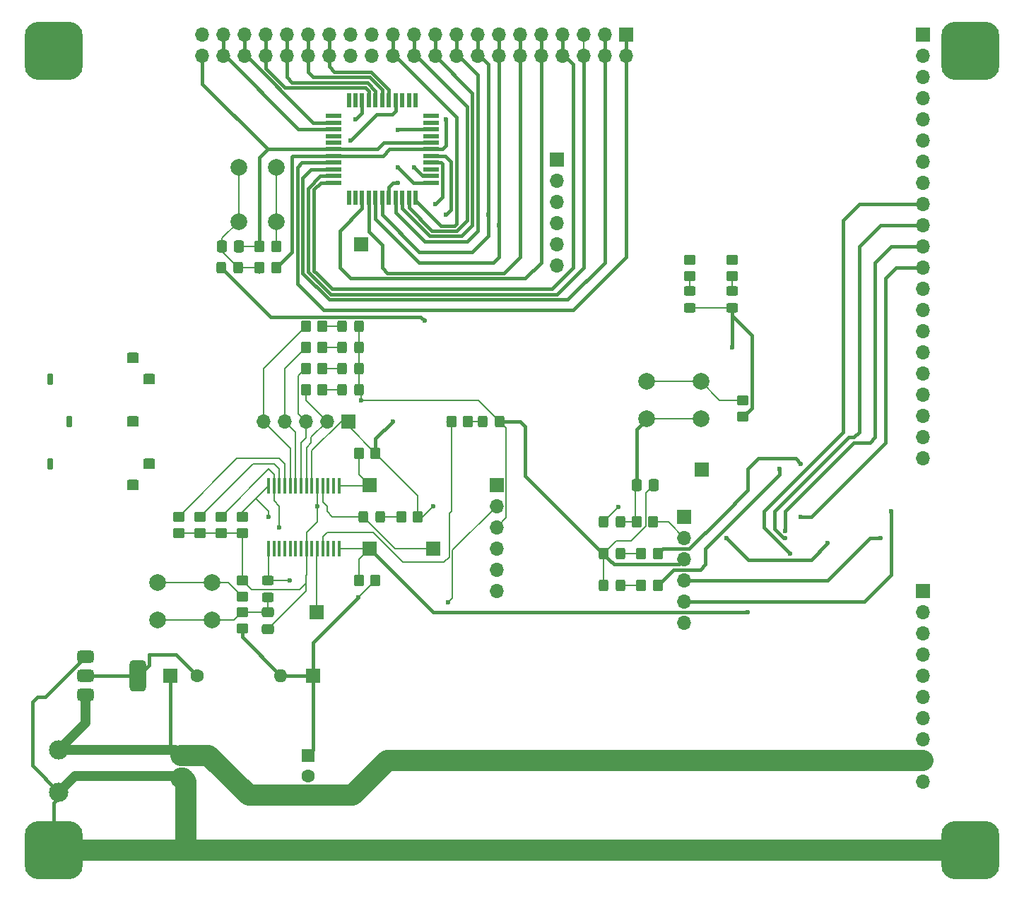
<source format=gbr>
%TF.GenerationSoftware,KiCad,Pcbnew,9.0.0*%
%TF.CreationDate,2025-04-03T15:03:38-06:00*%
%TF.ProjectId,Midi Bass Sch,4d696469-2042-4617-9373-205363682e6b,rev?*%
%TF.SameCoordinates,Original*%
%TF.FileFunction,Copper,L1,Top*%
%TF.FilePolarity,Positive*%
%FSLAX46Y46*%
G04 Gerber Fmt 4.6, Leading zero omitted, Abs format (unit mm)*
G04 Created by KiCad (PCBNEW 9.0.0) date 2025-04-03 15:03:38*
%MOMM*%
%LPD*%
G01*
G04 APERTURE LIST*
G04 Aperture macros list*
%AMRoundRect*
0 Rectangle with rounded corners*
0 $1 Rounding radius*
0 $2 $3 $4 $5 $6 $7 $8 $9 X,Y pos of 4 corners*
0 Add a 4 corners polygon primitive as box body*
4,1,4,$2,$3,$4,$5,$6,$7,$8,$9,$2,$3,0*
0 Add four circle primitives for the rounded corners*
1,1,$1+$1,$2,$3*
1,1,$1+$1,$4,$5*
1,1,$1+$1,$6,$7*
1,1,$1+$1,$8,$9*
0 Add four rect primitives between the rounded corners*
20,1,$1+$1,$2,$3,$4,$5,0*
20,1,$1+$1,$4,$5,$6,$7,0*
20,1,$1+$1,$6,$7,$8,$9,0*
20,1,$1+$1,$8,$9,$2,$3,0*%
G04 Aperture macros list end*
%TA.AperFunction,ComponentPad*%
%ADD10RoundRect,1.746250X-1.746250X-1.746250X1.746250X-1.746250X1.746250X1.746250X-1.746250X1.746250X0*%
%TD*%
%TA.AperFunction,SMDPad,CuDef*%
%ADD11R,1.905000X0.550000*%
%TD*%
%TA.AperFunction,SMDPad,CuDef*%
%ADD12R,0.550000X1.778000*%
%TD*%
%TA.AperFunction,ComponentPad*%
%ADD13R,1.700000X1.700000*%
%TD*%
%TA.AperFunction,ComponentPad*%
%ADD14O,1.700000X1.700000*%
%TD*%
%TA.AperFunction,ComponentPad*%
%ADD15RoundRect,0.190500X-0.508000X-0.444500X0.508000X-0.444500X0.508000X0.444500X-0.508000X0.444500X0*%
%TD*%
%TA.AperFunction,ComponentPad*%
%ADD16RoundRect,0.095250X-0.222250X0.603250X-0.222250X-0.603250X0.222250X-0.603250X0.222250X0.603250X0*%
%TD*%
%TA.AperFunction,SMDPad,CuDef*%
%ADD17RoundRect,0.250000X0.325000X0.450000X-0.325000X0.450000X-0.325000X-0.450000X0.325000X-0.450000X0*%
%TD*%
%TA.AperFunction,ComponentPad*%
%ADD18R,1.600000X1.600000*%
%TD*%
%TA.AperFunction,ComponentPad*%
%ADD19C,1.600000*%
%TD*%
%TA.AperFunction,SMDPad,CuDef*%
%ADD20RoundRect,0.250000X-0.450000X0.325000X-0.450000X-0.325000X0.450000X-0.325000X0.450000X0.325000X0*%
%TD*%
%TA.AperFunction,SMDPad,CuDef*%
%ADD21RoundRect,0.250000X0.450000X-0.350000X0.450000X0.350000X-0.450000X0.350000X-0.450000X-0.350000X0*%
%TD*%
%TA.AperFunction,ComponentPad*%
%ADD22RoundRect,0.250000X0.450000X-0.350000X0.450000X0.350000X-0.450000X0.350000X-0.450000X-0.350000X0*%
%TD*%
%TA.AperFunction,SMDPad,CuDef*%
%ADD23RoundRect,0.250000X-0.350000X-0.450000X0.350000X-0.450000X0.350000X0.450000X-0.350000X0.450000X0*%
%TD*%
%TA.AperFunction,SMDPad,CuDef*%
%ADD24RoundRect,0.250000X0.350000X0.450000X-0.350000X0.450000X-0.350000X-0.450000X0.350000X-0.450000X0*%
%TD*%
%TA.AperFunction,SMDPad,CuDef*%
%ADD25RoundRect,0.250000X-0.325000X-0.450000X0.325000X-0.450000X0.325000X0.450000X-0.325000X0.450000X0*%
%TD*%
%TA.AperFunction,SMDPad,CuDef*%
%ADD26RoundRect,0.250000X0.450000X-0.325000X0.450000X0.325000X-0.450000X0.325000X-0.450000X-0.325000X0*%
%TD*%
%TA.AperFunction,SMDPad,CuDef*%
%ADD27RoundRect,0.250000X-0.337500X-0.475000X0.337500X-0.475000X0.337500X0.475000X-0.337500X0.475000X0*%
%TD*%
%TA.AperFunction,ComponentPad*%
%ADD28C,2.000000*%
%TD*%
%TA.AperFunction,SMDPad,CuDef*%
%ADD29R,0.400000X1.900000*%
%TD*%
%TA.AperFunction,ComponentPad*%
%ADD30C,2.311400*%
%TD*%
%TA.AperFunction,ComponentPad*%
%ADD31RoundRect,0.250000X-0.337500X-0.475000X0.337500X-0.475000X0.337500X0.475000X-0.337500X0.475000X0*%
%TD*%
%TA.AperFunction,SMDPad,CuDef*%
%ADD32RoundRect,0.250000X-0.475000X0.337500X-0.475000X-0.337500X0.475000X-0.337500X0.475000X0.337500X0*%
%TD*%
%TA.AperFunction,ComponentPad*%
%ADD33RoundRect,0.250000X-0.475000X0.337500X-0.475000X-0.337500X0.475000X-0.337500X0.475000X0.337500X0*%
%TD*%
%TA.AperFunction,SMDPad,CuDef*%
%ADD34RoundRect,0.375000X-0.625000X-0.375000X0.625000X-0.375000X0.625000X0.375000X-0.625000X0.375000X0*%
%TD*%
%TA.AperFunction,SMDPad,CuDef*%
%ADD35RoundRect,0.500000X-0.500000X-1.400000X0.500000X-1.400000X0.500000X1.400000X-0.500000X1.400000X0*%
%TD*%
%TA.AperFunction,SMDPad,CuDef*%
%ADD36RoundRect,0.250000X-0.450000X0.350000X-0.450000X-0.350000X0.450000X-0.350000X0.450000X0.350000X0*%
%TD*%
%TA.AperFunction,ComponentPad*%
%ADD37O,1.600000X1.600000*%
%TD*%
%TA.AperFunction,ViaPad*%
%ADD38C,0.600000*%
%TD*%
%TA.AperFunction,Conductor*%
%ADD39C,0.198120*%
%TD*%
%TA.AperFunction,Conductor*%
%ADD40C,0.381000*%
%TD*%
%TA.AperFunction,Conductor*%
%ADD41C,2.540000*%
%TD*%
%TA.AperFunction,Conductor*%
%ADD42C,0.200000*%
%TD*%
%TA.AperFunction,Conductor*%
%ADD43C,1.143000*%
%TD*%
G04 APERTURE END LIST*
D10*
%TO.P,REF\u002A\u002A,1*%
%TO.N,GND*%
X199390000Y-131445000D03*
%TD*%
%TO.P,REF\u002A\u002A,1*%
%TO.N,Earth_GND*%
X199390000Y-227330000D03*
%TD*%
%TO.P,REF\u002A\u002A,1*%
%TO.N,Earth_GND*%
X89535000Y-227330000D03*
%TD*%
%TO.P,REF\u002A\u002A,1*%
%TO.N,GND*%
X89535000Y-131445000D03*
%TD*%
D11*
%TO.P,U2,1,RC7/RX/DT/C4Out*%
%TO.N,unconnected-(U2-RC7{slash}RX{slash}DT{slash}C4Out-Pad1)*%
X123063000Y-139265000D03*
%TO.P,U2,2,RD4/PSM3F*%
%TO.N,B2*%
X123063000Y-140065000D03*
%TO.P,U2,3,RD5/PSMC3E*%
%TO.N,C3*%
X123063000Y-140865000D03*
%TO.P,U2,4,RD6/PSMC3D*%
%TO.N,unconnected-(U2-RD6{slash}PSMC3D-Pad4)*%
X123063000Y-141665000D03*
%TO.P,U2,5,RD7/C4OUT/PSMC3C*%
%TO.N,unconnected-(U2-RD7{slash}C4OUT{slash}PSMC3C-Pad5)*%
X123063000Y-142465000D03*
%TO.P,U2,6,Vss*%
%TO.N,GND*%
X123063000Y-143265000D03*
%TO.P,U2,7,Vdd*%
%TO.N,+5v*%
X123063000Y-144065000D03*
%TO.P,U2,8,RB0/AN12/CCP1/C2IN1+*%
%TO.N,F1*%
X123063000Y-144865000D03*
%TO.P,U2,9,RB1/AN10/CxIN3-/OPA2OUT*%
%TO.N,F#1*%
X123063000Y-145665000D03*
%TO.P,U2,10,RB2/AN8/OPA2IN-/DAC3OUT1*%
%TO.N,G1*%
X123063000Y-146465000D03*
%TO.P,U2,11,RB3/AN9/CXNI2-/CCP2*%
%TO.N,G#1*%
X123063000Y-147265000D03*
D12*
%TO.P,U2,12*%
%TO.N,N/C*%
X124905000Y-149107000D03*
%TO.P,U2,13*%
X125705000Y-149107000D03*
%TO.P,U2,14,RB4/AN11/C3IN1+*%
%TO.N,A1*%
X126505000Y-149107000D03*
%TO.P,U2,15,RB5/AN13/C4IN2-/CCP3*%
%TO.N,A#1*%
X127305000Y-149107000D03*
%TO.P,U2,16,RB6/C4IN1+/ICSPCLK*%
%TO.N,B1*%
X128105000Y-149107000D03*
%TO.P,U2,17,RB7/DACxOUT2-/ICSPDAT*%
%TO.N,C2*%
X128905000Y-149107000D03*
%TO.P,U2,18,Vpp/~{MCLR}/RE3*%
%TO.N,MSCLR E*%
X129705000Y-149107000D03*
%TO.P,U2,19,RA0/AN0/CxIN0-*%
%TO.N,C#2*%
X130505000Y-149107000D03*
%TO.P,U2,20,RA1/AN1/CxIN1-/OPA1OUT*%
%TO.N,D2*%
X131305000Y-149107000D03*
%TO.P,U2,21,RA2/AN2/CxIN0+/DAC1OUT1*%
%TO.N,D#2*%
X132105000Y-149107000D03*
%TO.P,U2,22,RA3/AN3/VREF+/C1IN1+*%
%TO.N,E2*%
X132905000Y-149107000D03*
D11*
%TO.P,U2,23,RA4/C1OUT/OPA1IN+/T0CKI*%
%TO.N,F2*%
X134747000Y-147265000D03*
%TO.P,U2,24,RA5/AN4/C2OUT/OPA1IN+*%
%TO.N,F#2*%
X134747000Y-146465000D03*
%TO.P,U2,25,RE0*%
%TO.N,unconnected-(U2-RE0-Pad25)*%
X134747000Y-145665000D03*
%TO.P,U2,26,RE1/AN6/PSMC3B*%
%TO.N,Net-(U2-RE1{slash}AN6{slash}PSMC3B)*%
X134747000Y-144865000D03*
%TO.P,U2,27,RE2/AN7/PSMC3A*%
%TO.N,Net-(U2-RE2{slash}AN7{slash}PSMC3A)*%
X134747000Y-144065000D03*
%TO.P,U2,28,Vdd*%
%TO.N,+5v*%
X134747000Y-143265000D03*
%TO.P,U2,29,Vss*%
%TO.N,GND*%
X134747000Y-142465000D03*
%TO.P,U2,30,RA7/PSMCxCLK*%
%TO.N,unconnected-(U2-RA7{slash}PSMCxCLK-Pad30)*%
X134747000Y-141665000D03*
%TO.P,U2,31,RA6/C2OUT/CLKOUT*%
%TO.N,Net-(U2-RA6{slash}C2OUT{slash}CLKOUT)*%
X134747000Y-140865000D03*
%TO.P,U2,32,RC0/T1CKI/PSMC1A*%
%TO.N,unconnected-(U2-RC0{slash}T1CKI{slash}PSMC1A-Pad32)*%
X134747000Y-140065000D03*
%TO.P,U2,33*%
%TO.N,N/C*%
X134747000Y-139265000D03*
D12*
%TO.P,U2,34*%
X132905000Y-137423000D03*
%TO.P,U2,35,RC1/T1OSI/CCP2*%
%TO.N,unconnected-(U2-RC1{slash}T1OSI{slash}CCP2-Pad35)*%
X132105000Y-137423000D03*
%TO.P,U2,36,RC2/CCP1/PSMC1C*%
%TO.N,unconnected-(U2-RC2{slash}CCP1{slash}PSMC1C-Pad36)*%
X131305000Y-137423000D03*
%TO.P,U2,37,RC3/SCL/SCK/PSMC1D*%
%TO.N,I2Cclk*%
X130505000Y-137423000D03*
%TO.P,U2,38,RD0/OPA3IN+*%
%TO.N,G2*%
X129705000Y-137423000D03*
%TO.P,U2,39,RD1/CxIN4-/OPA3OUT*%
%TO.N,G#2*%
X128905000Y-137423000D03*
%TO.P,U2,40,RD2/OPA3IN-/DAC4OUT1*%
%TO.N,A2*%
X128105000Y-137423000D03*
%TO.P,U2,41,RD3/PSMC4A*%
%TO.N,A#2*%
X127305000Y-137423000D03*
%TO.P,U2,42,RC4/SDI/SDA/PSMC1E*%
%TO.N,I2Cdat*%
X126505000Y-137423000D03*
%TO.P,U2,43,RC5/SDO/PSMC1F*%
%TO.N,unconnected-(U2-RC5{slash}SDO{slash}PSMC1F-Pad43)*%
X125705000Y-137423000D03*
%TO.P,U2,44,RC6/TX/CK/PSMC2A*%
%TO.N,unconnected-(U2-RC6{slash}TX{slash}CK{slash}PSMC2A-Pad44)*%
X124905000Y-137423000D03*
%TD*%
D13*
%TO.P,J4,1,1*%
%TO.N,F1*%
X158115000Y-129540000D03*
D14*
X158115000Y-132080000D03*
%TO.P,J4,2,2*%
%TO.N,F#1*%
X155575000Y-129540000D03*
X155575000Y-132080000D03*
%TO.P,J4,3,3*%
%TO.N,G1*%
X153035000Y-129540000D03*
X153035000Y-132080000D03*
%TO.P,J4,4,4*%
%TO.N,G#1*%
X150495000Y-129540000D03*
X150495000Y-132080000D03*
%TO.P,J4,5,5*%
%TO.N,A1*%
X147955000Y-129540000D03*
X147955000Y-132080000D03*
%TO.P,J4,6,6*%
%TO.N,A#1*%
X145415000Y-129540000D03*
X145415000Y-132080000D03*
%TO.P,J4,7,7*%
%TO.N,B1*%
X142875000Y-129540000D03*
X142875000Y-132080000D03*
%TO.P,J4,8,8*%
%TO.N,C2*%
X140335000Y-129540000D03*
X140335000Y-132080000D03*
%TO.P,J4,9,9*%
%TO.N,C#2*%
X137795000Y-129540000D03*
X137795000Y-132080000D03*
%TO.P,J4,10,10*%
%TO.N,D2*%
X135255000Y-129540000D03*
X135255000Y-132080000D03*
%TO.P,J4,11,11*%
%TO.N,D#2*%
X132715000Y-129540000D03*
X132715000Y-132080000D03*
%TO.P,J4,12,12*%
%TO.N,E2*%
X130175000Y-129540000D03*
X130175000Y-132080000D03*
%TO.P,J4,13,13*%
%TO.N,F2*%
X127635000Y-129540000D03*
X127635000Y-132080000D03*
%TO.P,J4,14,14*%
%TO.N,F#2*%
X125095000Y-129540000D03*
X125095000Y-132080000D03*
%TO.P,J4,15,15*%
%TO.N,G2*%
X122555000Y-129540000D03*
X122555000Y-132080000D03*
%TO.P,J4,16,16*%
%TO.N,G#2*%
X120015000Y-129540000D03*
X120015000Y-132080000D03*
%TO.P,J4,17,17*%
%TO.N,A2*%
X117475000Y-129540000D03*
X117475000Y-132080000D03*
%TO.P,J4,18,18*%
%TO.N,A#2*%
X114935000Y-129540000D03*
X114935000Y-132080000D03*
%TO.P,J4,19,19*%
%TO.N,B2*%
X112395000Y-129540000D03*
X112395000Y-132080000D03*
%TO.P,J4,20,20*%
%TO.N,C3*%
X109855000Y-129540000D03*
X109855000Y-132080000D03*
%TO.P,J4,21,21*%
%TO.N,GND*%
X107315000Y-129540000D03*
X107315000Y-132080000D03*
%TD*%
D13*
%TO.P,J8,1,1*%
%TO.N,/String Strike Slave/E0*%
X193675000Y-129540000D03*
D14*
%TO.P,J8,2,2*%
%TO.N,/String Strike Slave/E1*%
X193675000Y-132080000D03*
%TO.P,J8,3,3*%
%TO.N,/String Strike Slave/A0*%
X193675000Y-134620000D03*
%TO.P,J8,4,4*%
%TO.N,/String Strike Slave/A1*%
X193675000Y-137160000D03*
%TO.P,J8,5,5*%
%TO.N,/String Strike Slave/D0*%
X193675000Y-139700000D03*
%TO.P,J8,6,6*%
%TO.N,/String Strike Slave/D1*%
X193675000Y-142240000D03*
%TO.P,J8,7,7*%
%TO.N,RB6 P*%
X193675000Y-144780000D03*
%TO.P,J8,8,8*%
%TO.N,RB7 P*%
X193675000Y-147320000D03*
%TO.P,J8,9,9*%
%TO.N,/String Strike Slave/E MUTE*%
X193675000Y-149860000D03*
%TO.P,J8,10,10*%
%TO.N,/String Strike Slave/A MUTE*%
X193675000Y-152400000D03*
%TO.P,J8,11,11*%
%TO.N,/String Strike Slave/D MUTE*%
X193675000Y-154940000D03*
%TO.P,J8,12,12*%
%TO.N,/String Strike Slave/G MUTE*%
X193675000Y-157480000D03*
%TO.P,J8,13,13*%
%TO.N,unconnected-(J8-Pad13)*%
X193675000Y-160020000D03*
%TO.P,J8,14,14*%
%TO.N,unconnected-(J8-Pad14)*%
X193675000Y-162560000D03*
%TO.P,J8,15,15*%
%TO.N,unconnected-(J8-Pad15)*%
X193675000Y-165100000D03*
%TO.P,J8,16,16*%
%TO.N,unconnected-(J8-Pad16)*%
X193675000Y-167640000D03*
%TO.P,J8,17,17*%
%TO.N,unconnected-(J8-Pad17)*%
X193675000Y-170180000D03*
%TO.P,J8,18,18*%
%TO.N,unconnected-(J8-Pad18)*%
X193675000Y-172720000D03*
%TO.P,J8,19,19*%
%TO.N,unconnected-(J8-Pad19)*%
X193675000Y-175260000D03*
%TO.P,J8,20,20*%
%TO.N,unconnected-(J8-Pad20)*%
X193675000Y-177800000D03*
%TO.P,J8,21,21*%
%TO.N,GND*%
X193675000Y-180340000D03*
%TD*%
D15*
%TO.P,J1,1*%
%TO.N,unconnected-(J1-Pad1)*%
X99060000Y-183515000D03*
%TO.P,J1,2*%
%TO.N,GND*%
X99060000Y-175895000D03*
%TO.P,J1,3*%
%TO.N,unconnected-(J1-Pad3)*%
X99060000Y-168275000D03*
%TO.P,J1,4*%
%TO.N,GND*%
X100965000Y-180975000D03*
%TO.P,J1,5*%
%TO.N,Net-(D1-K)*%
X100965000Y-170815000D03*
D16*
%TO.P,J1,6*%
%TO.N,GND*%
X91440000Y-175895000D03*
%TO.P,J1,7*%
%TO.N,N/C*%
X89154000Y-170815000D03*
X89154000Y-180975000D03*
%TD*%
D13*
%TO.P,TP8,1,1*%
%TO.N,+5v*%
X120650000Y-206375000D03*
%TD*%
D17*
%TO.P,D4,1,K*%
%TO.N,GND*%
X126120000Y-169545000D03*
%TO.P,D4,2,A*%
%TO.N,Net-(D4-A)*%
X124070000Y-169545000D03*
%TD*%
D13*
%TO.P,TP4,1,1*%
%TO.N,I2Cdat*%
X127390000Y-183515000D03*
%TD*%
D18*
%TO.P,C4,1,1*%
%TO.N,+12v*%
X104775000Y-215940000D03*
D19*
%TO.P,C4,2,2*%
%TO.N,Earth_GND*%
X104775000Y-218440000D03*
%TD*%
D20*
%TO.P,D5,1,1*%
%TO.N,Net-(U1-RE3{slash}~{MCLR}{slash}Vpp)*%
X115198000Y-194945000D03*
%TO.P,D5,2,2*%
%TO.N,Net-(C1-Pad1)*%
X115198000Y-196995000D03*
%TD*%
D21*
%TO.P,R17,1,1*%
%TO.N,Net-(D9-A)*%
X165735000Y-158505000D03*
D22*
%TO.P,R17,2,2*%
%TO.N,Net-(U2-RE1{slash}AN6{slash}PSMC3B)*%
X165735000Y-156505000D03*
%TD*%
D13*
%TO.P,TP7,1,1*%
%TO.N,+12v*%
X103505000Y-206375000D03*
%TD*%
%TO.P,SW1,1,Com*%
%TO.N,+5v*%
X124845000Y-175895000D03*
D14*
%TO.P,SW1,2,1*%
%TO.N,1*%
X122305000Y-175895000D03*
%TO.P,SW1,3,2*%
%TO.N,2*%
X119765000Y-175895000D03*
%TO.P,SW1,4,4*%
%TO.N,4*%
X117225000Y-175895000D03*
%TO.P,SW1,5,8*%
%TO.N,8*%
X114685000Y-175895000D03*
%TD*%
D23*
%TO.P,R12,1,1*%
%TO.N,I2Cclk*%
X126120000Y-194945000D03*
%TO.P,R12,2,2*%
%TO.N,+5v*%
X128120000Y-194945000D03*
%TD*%
D18*
%TO.P,C6,1,1*%
%TO.N,+5v*%
X120015000Y-215940000D03*
D19*
%TO.P,C6,2,2*%
%TO.N,GND*%
X120015000Y-218440000D03*
%TD*%
D24*
%TO.P,R8,1,1*%
%TO.N,Net-(D4-A)*%
X121770000Y-169545000D03*
%TO.P,R8,2,2*%
%TO.N,2*%
X119770000Y-169545000D03*
%TD*%
D17*
%TO.P,D2,1,K*%
%TO.N,GND*%
X126120000Y-164465000D03*
%TO.P,D2,2,A*%
%TO.N,Net-(D2-A)*%
X124070000Y-164465000D03*
%TD*%
D25*
%TO.P,D12,1,K*%
%TO.N,GND*%
X155430000Y-191770000D03*
%TO.P,D12,2,A*%
%TO.N,Net-(D12-A)*%
X157480000Y-191770000D03*
%TD*%
D13*
%TO.P,TP3,1,1*%
%TO.N,I2Cclk*%
X127390000Y-191135000D03*
%TD*%
D21*
%TO.P,R7,1,1*%
%TO.N,GND*%
X107070000Y-189325000D03*
%TO.P,R7,2,2*%
%TO.N,Net-(U1-~{T1G}{slash}AN13{slash}RB5)*%
X107070000Y-187325000D03*
%TD*%
D17*
%TO.P,D6,1,K*%
%TO.N,GND*%
X126120000Y-172085000D03*
%TO.P,D6,2,A*%
%TO.N,Net-(D6-A)*%
X124070000Y-172085000D03*
%TD*%
D25*
%TO.P,D11,1,1*%
%TO.N,MSCLR P*%
X155430000Y-187960000D03*
%TO.P,D11,2,2*%
%TO.N,Net-(C3-Pad1)*%
X157480000Y-187960000D03*
%TD*%
D26*
%TO.P,D9,1,K*%
%TO.N,GND*%
X165735000Y-162315000D03*
%TO.P,D9,2,A*%
%TO.N,Net-(D9-A)*%
X165735000Y-160265000D03*
%TD*%
D22*
%TO.P,R19,1,1*%
%TO.N,GND*%
X172085000Y-175355000D03*
D21*
%TO.P,R19,2,2*%
%TO.N,Net-(R19-Pad2)*%
X172085000Y-173355000D03*
%TD*%
D17*
%TO.P,D7,1,K*%
%TO.N,GND*%
X143017500Y-175897500D03*
%TO.P,D7,2,A*%
%TO.N,Net-(D7-A)*%
X140967500Y-175897500D03*
%TD*%
D27*
%TO.P,C2,1,1*%
%TO.N,Net-(C2-Pad1)*%
X109685000Y-154940000D03*
%TO.P,C2,2,2*%
%TO.N,GND*%
X111760000Y-154940000D03*
%TD*%
D23*
%TO.P,R13,1,1*%
%TO.N,I2Cdat*%
X126120000Y-179705000D03*
%TO.P,R13,2,2*%
%TO.N,+5v*%
X128120000Y-179705000D03*
%TD*%
D13*
%TO.P,J2,1,1*%
%TO.N,Net-(U1-RE3{slash}~{MCLR}{slash}Vpp)*%
X142630000Y-183515000D03*
D14*
%TO.P,J2,2,2*%
%TO.N,+5v*%
X142630000Y-186055000D03*
%TO.P,J2,3,3*%
%TO.N,GND*%
X142630000Y-188595000D03*
%TO.P,J2,4,4*%
%TO.N,RB7M*%
X142630000Y-191135000D03*
%TO.P,J2,5,5*%
%TO.N,RB6M*%
X142630000Y-193675000D03*
%TO.P,J2,6,6*%
%TO.N,unconnected-(J2-Pad6)*%
X142630000Y-196215000D03*
%TD*%
D21*
%TO.P,R10,1,1*%
%TO.N,GND*%
X112150000Y-189325000D03*
%TO.P,R10,2,2*%
%TO.N,RB7M*%
X112150000Y-187325000D03*
%TD*%
D13*
%TO.P,J7,1,1*%
%TO.N,Net-(U3-RA0{slash}AN0{slash}CxIN0-)*%
X193675000Y-196215000D03*
D14*
%TO.P,J7,2,2*%
%TO.N,Net-(U3-RA1{slash}AN1{slash}CxIN1-{slash}OPA1OUT)*%
X193675000Y-198755000D03*
%TO.P,J7,3,3*%
%TO.N,Net-(U3-RA2{slash}AN2{slash}CxIN0+{slash}DAC1OUT1)*%
X193675000Y-201295000D03*
%TO.P,J7,4,4*%
%TO.N,Net-(U3-RA3{slash}AN3{slash}VREF+{slash}C1IN1+)*%
X193675000Y-203835000D03*
%TO.P,J7,5,5*%
%TO.N,Net-(U3-RA4{slash}C1OUT{slash}OPA1IN+{slash}T0CKI)*%
X193675000Y-206375000D03*
%TO.P,J7,6,6*%
%TO.N,Net-(U3-RA5{slash}AN4{slash}C2OUT{slash}OPA1IN+)*%
X193675000Y-208915000D03*
%TO.P,J7,7,7*%
%TO.N,Net-(U3-RE2{slash}AN7{slash}PSMC3A)*%
X193675000Y-211455000D03*
%TO.P,J7,8,8*%
%TO.N,Net-(U3-RE1{slash}AN6{slash}PSMC3B)*%
X193675000Y-213995000D03*
%TO.P,J7,9,9*%
%TO.N,+12v*%
X193675000Y-216535000D03*
%TO.P,J7,10,10*%
%TO.N,GND*%
X193675000Y-219075000D03*
%TD*%
D28*
%TO.P,SW4,1,1*%
%TO.N,Net-(R19-Pad2)*%
X160580000Y-171105000D03*
X167080000Y-171105000D03*
%TO.P,SW4,2,2*%
%TO.N,Net-(C3-Pad1)*%
X160580000Y-175605000D03*
X167080000Y-175605000D03*
%TD*%
D29*
%TO.P,U1,1,RE3/~{MCLR}/Vpp*%
%TO.N,Net-(U1-RE3{slash}~{MCLR}{slash}Vpp)*%
X115280000Y-191135000D03*
%TO.P,U1,2,ULPWU/C12IN0-/AN0/RA0*%
%TO.N,unconnected-(U1-ULPWU{slash}C12IN0-{slash}AN0{slash}RA0-Pad2)*%
X115930000Y-191135000D03*
%TO.P,U1,3,C12IN1-/AN1/RA1*%
%TO.N,unconnected-(U1-C12IN1-{slash}AN1{slash}RA1-Pad3)*%
X116580000Y-191135000D03*
%TO.P,U1,4,CVref/C2IN1+/Vref-/AN2/RA2*%
%TO.N,unconnected-(U1-CVref{slash}C2IN1+{slash}Vref-{slash}AN2{slash}RA2-Pad4)*%
X117230000Y-191135000D03*
%TO.P,U1,5,C1IN+/Vref+/AN3/RA3*%
%TO.N,unconnected-(U1-C1IN+{slash}Vref+{slash}AN3{slash}RA3-Pad5)*%
X117880000Y-191135000D03*
%TO.P,U1,6,T0CKI/C1OUT/RA4*%
%TO.N,unconnected-(U1-T0CKI{slash}C1OUT{slash}RA4-Pad6)*%
X118530000Y-191135000D03*
%TO.P,U1,7,~{SS}/C2OUT/AN4/RA5*%
%TO.N,unconnected-(U1-~{SS}{slash}C2OUT{slash}AN4{slash}RA5-Pad7)*%
X119180000Y-191135000D03*
%TO.P,U1,8,VSS*%
%TO.N,GND*%
X119830000Y-191135000D03*
%TO.P,U1,9,CLKIN/OSC1/RA7*%
%TO.N,unconnected-(U1-CLKIN{slash}OSC1{slash}RA7-Pad9)*%
X120480000Y-191135000D03*
%TO.P,U1,10,CLKOUT/OSC2/RA6*%
%TO.N,Net-(U1-CLKOUT{slash}OSC2{slash}RA6)*%
X121130000Y-191135000D03*
%TO.P,U1,11,RC0/T1OSO/T1CK1*%
%TO.N,Net-(U1-RC0{slash}T1OSO{slash}T1CK1)*%
X121780000Y-191135000D03*
%TO.P,U1,12,RC1/T1OSI/CCP2*%
%TO.N,unconnected-(U1-RC1{slash}T1OSI{slash}CCP2-Pad12)*%
X122430000Y-191135000D03*
%TO.P,U1,13,RC2/P1A/CCP1*%
%TO.N,unconnected-(U1-RC2{slash}P1A{slash}CCP1-Pad13)*%
X123080000Y-191135000D03*
%TO.P,U1,14,RC3/SCK/SCL*%
%TO.N,I2Cclk*%
X123730000Y-191135000D03*
%TO.P,U1,15,RC4/SDI/SDA*%
%TO.N,I2Cdat*%
X123730000Y-183635000D03*
%TO.P,U1,16,RC5/SDO*%
%TO.N,unconnected-(U1-RC5{slash}SDO-Pad16)*%
X123080000Y-183635000D03*
%TO.P,U1,17,RC6/TX/CK*%
%TO.N,unconnected-(U1-RC6{slash}TX{slash}CK-Pad17)*%
X122430000Y-183635000D03*
%TO.P,U1,18,RC7/RX/DT*%
%TO.N,Net-(D1-K)*%
X121780000Y-183635000D03*
%TO.P,U1,19,VSS*%
%TO.N,GND*%
X121130000Y-183635000D03*
%TO.P,U1,20,VDD*%
%TO.N,+5v*%
X120480000Y-183635000D03*
%TO.P,U1,21,INT/AN12/RB0*%
%TO.N,1*%
X119830000Y-183635000D03*
%TO.P,U1,22,P1C/AN10/RB1*%
%TO.N,2*%
X119180000Y-183635000D03*
%TO.P,U1,23,P1B/AN8/RB2*%
%TO.N,4*%
X118530000Y-183635000D03*
%TO.P,U1,24,PGM/C12IN2-/AN8/RB3*%
%TO.N,8*%
X117880000Y-183635000D03*
%TO.P,U1,25,P1D/AN11/RB4*%
%TO.N,Net-(U1-P1D{slash}AN11{slash}RB4)*%
X117230000Y-183635000D03*
%TO.P,U1,26,~{T1G}/AN13/RB5*%
%TO.N,Net-(U1-~{T1G}{slash}AN13{slash}RB5)*%
X116580000Y-183635000D03*
%TO.P,U1,27,ICSPCLK/RB6*%
%TO.N,RB6M*%
X115930000Y-183635000D03*
%TO.P,U1,28,ICSPDAT/RB7*%
%TO.N,RB7M*%
X115280000Y-183635000D03*
%TD*%
D24*
%TO.P,R4,1,1*%
%TO.N,Net-(D3-A)*%
X121770000Y-167005000D03*
%TO.P,R4,2,2*%
%TO.N,4*%
X119770000Y-167005000D03*
%TD*%
D28*
%TO.P,SW2,1,1*%
%TO.N,Net-(R1-Pad2)*%
X101990000Y-195235000D03*
X108490000Y-195235000D03*
%TO.P,SW2,2,2*%
%TO.N,Net-(C1-Pad1)*%
X101990000Y-199735000D03*
X108490000Y-199735000D03*
%TD*%
D21*
%TO.P,R6,1,1*%
%TO.N,GND*%
X104530000Y-189325000D03*
%TO.P,R6,2,2*%
%TO.N,Net-(U1-P1D{slash}AN11{slash}RB4)*%
X104530000Y-187325000D03*
%TD*%
D30*
%TO.P,J9,1,1*%
%TO.N,+12v*%
X90170000Y-215265000D03*
%TO.P,J9,2,2*%
%TO.N,Earth_GND*%
X90170000Y-220345000D03*
%TD*%
D27*
%TO.P,C3,1,1*%
%TO.N,Net-(C3-Pad1)*%
X159385000Y-183515000D03*
D31*
%TO.P,C3,2,2*%
%TO.N,GND*%
X161460000Y-183515000D03*
%TD*%
D13*
%TO.P,J3,1,1*%
%TO.N,MSCLR E*%
X149860000Y-144535000D03*
D14*
%TO.P,J3,2,2*%
%TO.N,+5v*%
X149860000Y-147075000D03*
%TO.P,J3,3,3*%
%TO.N,GND*%
X149860000Y-149615000D03*
%TO.P,J3,4,4*%
%TO.N,C2*%
X149860000Y-152155000D03*
%TO.P,J3,5,5*%
%TO.N,B1*%
X149860000Y-154695000D03*
%TO.P,J3,6,6*%
%TO.N,unconnected-(J3-Pad6)*%
X149860000Y-157235000D03*
%TD*%
D28*
%TO.P,SW3,1,1*%
%TO.N,Net-(R15-Pad2)*%
X116205000Y-145415000D03*
X116205000Y-151915000D03*
%TO.P,SW3,2,2*%
%TO.N,Net-(C2-Pad1)*%
X111705000Y-145415000D03*
X111705000Y-151915000D03*
%TD*%
D13*
%TO.P,TP2,1,1*%
%TO.N,Net-(U1-CLKOUT{slash}OSC2{slash}RA6)*%
X121040000Y-198755000D03*
%TD*%
D32*
%TO.P,C1,1,1*%
%TO.N,Net-(C1-Pad1)*%
X115198000Y-198755000D03*
D33*
%TO.P,C1,2,2*%
%TO.N,GND*%
X115198000Y-200830000D03*
%TD*%
D23*
%TO.P,R16,1,1*%
%TO.N,Net-(C2-Pad1)*%
X114205000Y-157480000D03*
%TO.P,R16,2,2*%
%TO.N,+5v*%
X116205000Y-157480000D03*
%TD*%
D13*
%TO.P,TP6,1,1*%
%TO.N,Net-(U3-RA6{slash}C2OUT{slash}CLKOUT)*%
X167202500Y-181695000D03*
%TD*%
D24*
%TO.P,R14,1,1*%
%TO.N,Net-(D7-A)*%
X139207500Y-175897500D03*
%TO.P,R14,2,2*%
%TO.N,Net-(U1-RC0{slash}T1OSO{slash}T1CK1)*%
X137207500Y-175897500D03*
%TD*%
D21*
%TO.P,R9,1,1*%
%TO.N,GND*%
X109610000Y-189325000D03*
%TO.P,R9,2,2*%
%TO.N,RB6M*%
X109610000Y-187325000D03*
%TD*%
D25*
%TO.P,D8,1,1*%
%TO.N,MSCLR E*%
X109615000Y-157480000D03*
%TO.P,D8,2,2*%
%TO.N,Net-(C2-Pad1)*%
X111665000Y-157480000D03*
%TD*%
D34*
%TO.P,U4,1,GND*%
%TO.N,Earth_GND*%
X93370000Y-204075000D03*
%TO.P,U4,2,VO*%
%TO.N,Net-(U4-VO)*%
X93370000Y-206375000D03*
D35*
X99670000Y-206375000D03*
D34*
%TO.P,U4,3,VI*%
%TO.N,+12v*%
X93370000Y-208675000D03*
%TD*%
D23*
%TO.P,R20,1,1*%
%TO.N,Net-(C3-Pad1)*%
X159385000Y-187960000D03*
%TO.P,R20,2,2*%
%TO.N,+5v*%
X161385000Y-187960000D03*
%TD*%
%TO.P,R15,1,1*%
%TO.N,GND*%
X114205000Y-154940000D03*
%TO.P,R15,2,2*%
%TO.N,Net-(R15-Pad2)*%
X116205000Y-154940000D03*
%TD*%
D25*
%TO.P,D13,1,K*%
%TO.N,GND*%
X155430000Y-195580000D03*
%TO.P,D13,2,A*%
%TO.N,Net-(D13-A)*%
X157480000Y-195580000D03*
%TD*%
D13*
%TO.P,TP1,1,1*%
%TO.N,Net-(D1-K)*%
X135010000Y-191135000D03*
%TD*%
D26*
%TO.P,D10,1,K*%
%TO.N,GND*%
X170815000Y-162315000D03*
%TO.P,D10,2,A*%
%TO.N,Net-(D10-A)*%
X170815000Y-160265000D03*
%TD*%
D23*
%TO.P,R2,1,1*%
%TO.N,Net-(D1-A)*%
X131200000Y-187325000D03*
%TO.P,R2,2,2*%
%TO.N,+5v*%
X133200000Y-187325000D03*
%TD*%
D24*
%TO.P,R11,1,1*%
%TO.N,Net-(D6-A)*%
X121770000Y-172085000D03*
%TO.P,R11,2,2*%
%TO.N,1*%
X119770000Y-172085000D03*
%TD*%
%TO.P,R22,1,1*%
%TO.N,Net-(U3-RD6{slash}PSMC3D)*%
X161925000Y-195580000D03*
%TO.P,R22,2,2*%
%TO.N,Net-(D13-A)*%
X159925000Y-195580000D03*
%TD*%
D36*
%TO.P,R5,1,1*%
%TO.N,Net-(C1-Pad1)*%
X112150000Y-198755000D03*
%TO.P,R5,2,2*%
%TO.N,+5v*%
X112150000Y-200755000D03*
%TD*%
D13*
%TO.P,TP5,1,1*%
%TO.N,Net-(U2-RA6{slash}C2OUT{slash}CLKOUT)*%
X126365000Y-154695000D03*
%TD*%
D25*
%TO.P,D1,1,K*%
%TO.N,Net-(D1-K)*%
X126610000Y-187325000D03*
%TO.P,D1,2,A*%
%TO.N,Net-(D1-A)*%
X128660000Y-187325000D03*
%TD*%
D17*
%TO.P,D3,1,K*%
%TO.N,GND*%
X126120000Y-167005000D03*
%TO.P,D3,2,A*%
%TO.N,Net-(D3-A)*%
X124070000Y-167005000D03*
%TD*%
D23*
%TO.P,R21,1,1*%
%TO.N,Net-(D12-A)*%
X159925000Y-191770000D03*
%TO.P,R21,2,2*%
%TO.N,Net-(U3-RD7{slash}C4OUT{slash}PSMC3C)*%
X161925000Y-191770000D03*
%TD*%
D21*
%TO.P,R18,1,1*%
%TO.N,Net-(D10-A)*%
X170815000Y-158505000D03*
D22*
%TO.P,R18,2,2*%
%TO.N,Net-(U2-RE2{slash}AN7{slash}PSMC3A)*%
X170815000Y-156505000D03*
%TD*%
D19*
%TO.P,L1,1,1*%
%TO.N,Net-(U4-VO)*%
X106760000Y-206375000D03*
D37*
%TO.P,L1,2,2*%
%TO.N,+5v*%
X116760000Y-206375000D03*
%TD*%
D24*
%TO.P,R3,1,1*%
%TO.N,Net-(D2-A)*%
X121770000Y-164465000D03*
%TO.P,R3,2,2*%
%TO.N,8*%
X119770000Y-164465000D03*
%TD*%
D36*
%TO.P,R1,1,1*%
%TO.N,GND*%
X112150000Y-194945000D03*
%TO.P,R1,2,2*%
%TO.N,Net-(R1-Pad2)*%
X112150000Y-196945000D03*
%TD*%
D13*
%TO.P,J6,1,1*%
%TO.N,MSCLR P*%
X165100000Y-187325000D03*
D14*
%TO.P,J6,2,2*%
%TO.N,+5v*%
X165100000Y-189865000D03*
%TO.P,J6,3,3*%
%TO.N,GND*%
X165100000Y-192405000D03*
%TO.P,J6,4,4*%
%TO.N,RB7 P*%
X165100000Y-194945000D03*
%TO.P,J6,5,5*%
%TO.N,RB6 P*%
X165100000Y-197485000D03*
%TO.P,J6,6,6*%
%TO.N,unconnected-(J6-Pad6)*%
X165100000Y-200025000D03*
%TD*%
D38*
%TO.N,GND*%
X170815000Y-167005000D03*
%TO.N,+5v*%
X130175000Y-175895000D03*
X136525000Y-139700000D03*
%TO.N,I2Cclk*%
X172720000Y-198755000D03*
%TO.N,GND*%
X126365000Y-173355000D03*
X121130000Y-186055000D03*
%TO.N,MSCLR P*%
X170180000Y-189865000D03*
X182245000Y-190500000D03*
%TO.N,RB6 P*%
X189865000Y-186690000D03*
%TO.N,RB7 P*%
X188595000Y-189865000D03*
%TO.N,/String Strike Slave/E MUTE*%
X177800000Y-191770000D03*
%TO.N,/String Strike Slave/G MUTE*%
X179070000Y-187325000D03*
%TO.N,/String Strike Slave/A MUTE*%
X177165000Y-189865000D03*
%TO.N,/String Strike Slave/D MUTE*%
X177165000Y-189065000D03*
%TO.N,Net-(U3-RD6{slash}PSMC3D)*%
X176530000Y-181610000D03*
%TO.N,Net-(U3-RD7{slash}C4OUT{slash}PSMC3C)*%
X179070000Y-180975000D03*
%TO.N,B1*%
X142875000Y-152400000D03*
%TO.N,C2*%
X141605000Y-151130000D03*
%TO.N,MSCLR E*%
X130810000Y-147320000D03*
X133985000Y-163830000D03*
%TO.N,Net-(U2-RE2{slash}AN7{slash}PSMC3A)*%
X136525000Y-151130000D03*
%TO.N,Net-(U2-RE1{slash}AN6{slash}PSMC3B)*%
X135255000Y-149860000D03*
%TO.N,F2*%
X130810000Y-145415000D03*
%TO.N,F#2*%
X132715000Y-145415000D03*
%TO.N,I2Cdat*%
X125730000Y-139700000D03*
%TO.N,I2Cclk*%
X125095000Y-142240000D03*
%TO.N,Net-(U2-RA6{slash}C2OUT{slash}CLKOUT)*%
X130810000Y-140970000D03*
%TO.N,Net-(U1-RE3{slash}~{MCLR}{slash}Vpp)*%
X117865000Y-194945000D03*
%TO.N,MSCLR P*%
X157226000Y-186182000D03*
%TO.N,+5v*%
X135025000Y-186055000D03*
X126044750Y-197020250D03*
X136803000Y-197618500D03*
%TO.N,RB6M*%
X116595000Y-188595000D03*
%TO.N,RB7M*%
X115325000Y-187325000D03*
%TD*%
D39*
%TO.N,GND*%
X126365000Y-173355000D02*
X140475000Y-173355000D01*
X140475000Y-173355000D02*
X143017500Y-175897500D01*
D40*
X170815000Y-167005000D02*
X170815000Y-162315000D01*
D41*
%TO.N,Earth_GND*%
X105410000Y-227330000D02*
X89535000Y-227330000D01*
X105016000Y-218681000D02*
X104775000Y-218681000D01*
X105410000Y-227330000D02*
X105410000Y-219075000D01*
X105410000Y-219075000D02*
X105016000Y-218681000D01*
D40*
X90170000Y-220345000D02*
X90170000Y-220980000D01*
X90170000Y-220980000D02*
X89535000Y-221615000D01*
X89535000Y-221615000D02*
X89535000Y-227330000D01*
D41*
X199390000Y-227330000D02*
X105410000Y-227330000D01*
%TO.N,+12v*%
X193675000Y-216535000D02*
X129540000Y-216535000D01*
X129540000Y-216535000D02*
X125364000Y-220711000D01*
X125364000Y-220711000D02*
X112886000Y-220711000D01*
X108115000Y-215940000D02*
X104775000Y-215940000D01*
X112886000Y-220711000D02*
X108115000Y-215940000D01*
D40*
%TO.N,+5v*%
X130175000Y-175895000D02*
X128120000Y-177950000D01*
X128120000Y-177950000D02*
X128120000Y-179705000D01*
X134747000Y-143265000D02*
X136080500Y-143265000D01*
X136080500Y-143265000D02*
X136525000Y-142820500D01*
X136525000Y-142820500D02*
X136525000Y-139700000D01*
%TO.N,GND*%
X156137500Y-192477500D02*
X146050000Y-182390000D01*
X156700000Y-193040000D02*
X156137500Y-192477500D01*
X146050000Y-182390000D02*
X146050000Y-176530000D01*
X145417500Y-175897500D02*
X143017500Y-175897500D01*
X146050000Y-176530000D02*
X145417500Y-175897500D01*
%TO.N,+5v*%
X118110000Y-155575000D02*
X118110000Y-144145000D01*
X116205000Y-157480000D02*
X118110000Y-155575000D01*
X118190000Y-144065000D02*
X123063000Y-144065000D01*
X118110000Y-144145000D02*
X118190000Y-144065000D01*
%TO.N,I2Cclk*%
X172720000Y-198755000D02*
X135010000Y-198755000D01*
X135010000Y-198755000D02*
X127390000Y-191135000D01*
D39*
%TO.N,GND*%
X126365000Y-173355000D02*
X126365000Y-172330000D01*
X126365000Y-172330000D02*
X126120000Y-172085000D01*
X121130000Y-186055000D02*
X121130000Y-187891500D01*
D40*
X172085000Y-175355000D02*
X173176500Y-174263500D01*
X173176500Y-174263500D02*
X173176500Y-165556500D01*
X173176500Y-165556500D02*
X170815000Y-163195000D01*
X170815000Y-163195000D02*
X170815000Y-162315000D01*
X107315000Y-132080000D02*
X107315000Y-135400000D01*
X107315000Y-135400000D02*
X115180000Y-143265000D01*
X123063000Y-143265000D02*
X115180000Y-143265000D01*
X115180000Y-143265000D02*
X114205000Y-144240000D01*
X114205000Y-144240000D02*
X114205000Y-154940000D01*
X165100000Y-192405000D02*
X164465000Y-193040000D01*
X164465000Y-193040000D02*
X156700000Y-193040000D01*
X156137500Y-192477500D02*
X155430000Y-191770000D01*
%TO.N,Net-(C3-Pad1)*%
X159385000Y-183515000D02*
X159385000Y-176800000D01*
X159385000Y-176800000D02*
X160580000Y-175605000D01*
%TO.N,MSCLR P*%
X172776500Y-192461500D02*
X170180000Y-189865000D01*
X180283500Y-192461500D02*
X172776500Y-192461500D01*
X182245000Y-190500000D02*
X180283500Y-192461500D01*
%TO.N,RB7 P*%
X165100000Y-194945000D02*
X182245000Y-194945000D01*
X182245000Y-194945000D02*
X187325000Y-189865000D01*
X187325000Y-189865000D02*
X188595000Y-189865000D01*
%TO.N,RB6 P*%
X189865000Y-194310000D02*
X189865000Y-186690000D01*
X187325000Y-196850000D02*
X189865000Y-194310000D01*
X165100000Y-197485000D02*
X186690000Y-197485000D01*
X186690000Y-197485000D02*
X187325000Y-196850000D01*
%TO.N,/String Strike Slave/G MUTE*%
X193675000Y-157480000D02*
X190500000Y-157480000D01*
X190500000Y-157480000D02*
X189230000Y-158750000D01*
X189230000Y-158750000D02*
X189230000Y-178435000D01*
X189230000Y-178435000D02*
X180340000Y-187325000D01*
X180340000Y-187325000D02*
X179070000Y-187325000D01*
%TO.N,/String Strike Slave/D MUTE*%
X177165000Y-189065000D02*
X177165000Y-186690000D01*
X177165000Y-186690000D02*
X185420000Y-178435000D01*
X185420000Y-178435000D02*
X187325000Y-178435000D01*
X187325000Y-178435000D02*
X187960000Y-177800000D01*
X187960000Y-177800000D02*
X187960000Y-156845000D01*
X187960000Y-156845000D02*
X189865000Y-154940000D01*
X189865000Y-154940000D02*
X193675000Y-154940000D01*
%TO.N,/String Strike Slave/A MUTE*%
X177165000Y-189865000D02*
X176987071Y-189865000D01*
X176987071Y-189865000D02*
X175895000Y-188772929D01*
X175895000Y-188772929D02*
X175895000Y-186690000D01*
X185420000Y-177800000D02*
X186055000Y-177165000D01*
X175895000Y-186690000D02*
X184785000Y-177800000D01*
X184785000Y-177800000D02*
X185420000Y-177800000D01*
X186055000Y-177165000D02*
X186055000Y-154940000D01*
X186055000Y-154940000D02*
X188595000Y-152400000D01*
X188595000Y-152400000D02*
X193675000Y-152400000D01*
%TO.N,/String Strike Slave/E MUTE*%
X177800000Y-191770000D02*
X174625000Y-188595000D01*
X174625000Y-188595000D02*
X174625000Y-186690000D01*
X174625000Y-186690000D02*
X184150000Y-177165000D01*
X184150000Y-177165000D02*
X184150000Y-151765000D01*
X184150000Y-151765000D02*
X186055000Y-149860000D01*
X186055000Y-149860000D02*
X193675000Y-149860000D01*
%TO.N,Net-(U3-RD6{slash}PSMC3D)*%
X161925000Y-195580000D02*
X163830000Y-193675000D01*
X163830000Y-193675000D02*
X167005000Y-193675000D01*
X167005000Y-193675000D02*
X167640000Y-193040000D01*
X167640000Y-193040000D02*
X167640000Y-191135000D01*
X167640000Y-191135000D02*
X176530000Y-182245000D01*
X176530000Y-182245000D02*
X176530000Y-181610000D01*
%TO.N,Net-(U3-RD7{slash}C4OUT{slash}PSMC3C)*%
X172720000Y-184150000D02*
X172720000Y-181610000D01*
X178435000Y-180340000D02*
X179070000Y-180975000D01*
X169545000Y-187325000D02*
X172720000Y-184150000D01*
X174625000Y-180340000D02*
X178435000Y-180340000D01*
X161925000Y-191770000D02*
X162531500Y-191163500D01*
X162531500Y-191163500D02*
X165706500Y-191163500D01*
X165706500Y-191163500D02*
X169545000Y-187325000D01*
X172720000Y-181610000D02*
X173990000Y-180340000D01*
X173990000Y-180340000D02*
X174625000Y-180340000D01*
%TO.N,+5v*%
X120650000Y-206375000D02*
X120650000Y-202415000D01*
X120650000Y-202415000D02*
X126044750Y-197020250D01*
X116760000Y-206375000D02*
X112150000Y-201765000D01*
X112150000Y-201765000D02*
X112150000Y-200755000D01*
%TO.N,MSCLR E*%
X129705000Y-149107000D02*
X129705000Y-147837000D01*
X129705000Y-147837000D02*
X130222000Y-147320000D01*
X130222000Y-147320000D02*
X130810000Y-147320000D01*
X133528500Y-163373500D02*
X133985000Y-163830000D01*
X115508500Y-163373500D02*
X133528500Y-163373500D01*
X109615000Y-157480000D02*
X115508500Y-163373500D01*
%TO.N,Net-(U2-RE2{slash}AN7{slash}PSMC3A)*%
X134747000Y-144065000D02*
X136445000Y-144065000D01*
X136445000Y-144065000D02*
X137160000Y-144780000D01*
X137160000Y-144780000D02*
X137160000Y-150495000D01*
X137160000Y-150495000D02*
X136525000Y-151130000D01*
%TO.N,Net-(U2-RE1{slash}AN6{slash}PSMC3B)*%
X135957500Y-144865000D02*
X134747000Y-144865000D01*
X135255000Y-149860000D02*
X136091000Y-149024000D01*
X136091000Y-149024000D02*
X136091000Y-144998500D01*
X136091000Y-144998500D02*
X135957500Y-144865000D01*
%TO.N,I2Cdat*%
X125730000Y-139700000D02*
X126505000Y-138925000D01*
X126505000Y-138925000D02*
X126505000Y-137423000D01*
%TO.N,I2Cclk*%
X128270000Y-139065000D02*
X130133000Y-139065000D01*
X125095000Y-142240000D02*
X128270000Y-139065000D01*
X130133000Y-139065000D02*
X130505000Y-138693000D01*
X130505000Y-138693000D02*
X130505000Y-137423000D01*
%TO.N,F2*%
X132660000Y-147265000D02*
X130810000Y-145415000D01*
X134747000Y-147265000D02*
X132660000Y-147265000D01*
%TO.N,F#2*%
X133765000Y-146465000D02*
X132715000Y-145415000D01*
X134747000Y-146465000D02*
X133765000Y-146465000D01*
%TO.N,Net-(U2-RA6{slash}C2OUT{slash}CLKOUT)*%
X134747000Y-140865000D02*
X130915000Y-140865000D01*
X130810000Y-140970000D02*
X130915000Y-140865000D01*
%TO.N,+5v*%
X123063000Y-144065000D02*
X128985000Y-144065000D01*
X128985000Y-144065000D02*
X129785000Y-143265000D01*
X129785000Y-143265000D02*
X134747000Y-143265000D01*
%TO.N,GND*%
X123063000Y-143265000D02*
X128330000Y-143265000D01*
X128330000Y-143265000D02*
X129130000Y-142465000D01*
X129130000Y-142465000D02*
X134747000Y-142465000D01*
%TO.N,G2*%
X122555000Y-133350000D02*
X123190000Y-133985000D01*
X123190000Y-133985000D02*
X127560072Y-133985000D01*
X122555000Y-131835000D02*
X122555000Y-133350000D01*
X127560072Y-133985000D02*
X129705000Y-136129928D01*
X129705000Y-136129928D02*
X129705000Y-137423000D01*
X122555000Y-129295000D02*
X122555000Y-131835000D01*
%TO.N,G#2*%
X120015000Y-133985000D02*
X120650000Y-134620000D01*
X120015000Y-131835000D02*
X120015000Y-133985000D01*
X120650000Y-134620000D02*
X127372000Y-134620000D01*
X128905000Y-136153000D02*
X128905000Y-137423000D01*
X127372000Y-134620000D02*
X128905000Y-136153000D01*
X120015000Y-129295000D02*
X120015000Y-131835000D01*
%TO.N,A2*%
X117475000Y-134620000D02*
X118110000Y-135255000D01*
X117475000Y-131835000D02*
X117475000Y-134620000D01*
X118110000Y-135255000D02*
X127107072Y-135255000D01*
X127107072Y-135255000D02*
X128105000Y-136252928D01*
X128105000Y-136252928D02*
X128105000Y-137423000D01*
X117475000Y-129295000D02*
X117475000Y-131835000D01*
%TO.N,A#2*%
X127305000Y-137423000D02*
X127305000Y-136276000D01*
X127305000Y-136276000D02*
X126919000Y-135890000D01*
X126919000Y-135890000D02*
X117273072Y-135890000D01*
X117273072Y-135890000D02*
X114935000Y-133551928D01*
X114935000Y-133551928D02*
X114935000Y-129295000D01*
%TO.N,D#2*%
X132105000Y-149107000D02*
X132105000Y-150254000D01*
X132105000Y-150254000D02*
X134886000Y-153035000D01*
X134886000Y-153035000D02*
X137795000Y-153035000D01*
X137795000Y-153035000D02*
X139065000Y-151765000D01*
X139065000Y-151765000D02*
X139065000Y-138185000D01*
X139065000Y-138185000D02*
X132715000Y-131835000D01*
%TO.N,E2*%
X132905000Y-149107000D02*
X132905000Y-149415000D01*
X132905000Y-149415000D02*
X135943000Y-152453000D01*
X135943000Y-152453000D02*
X137553928Y-152453000D01*
X137553928Y-152453000D02*
X137795000Y-152211928D01*
X137795000Y-152211928D02*
X137795000Y-139455000D01*
X137795000Y-139455000D02*
X130175000Y-131835000D01*
X130175000Y-129295000D02*
X130175000Y-131835000D01*
%TO.N,D#2*%
X132715000Y-129295000D02*
X132715000Y-131835000D01*
%TO.N,D2*%
X131305000Y-149107000D02*
X131305000Y-150355000D01*
X131305000Y-150355000D02*
X134620000Y-153670000D01*
X135255000Y-132080000D02*
X135255000Y-129295000D01*
X134620000Y-153670000D02*
X138430000Y-153670000D01*
X138430000Y-153670000D02*
X139700000Y-152400000D01*
X139700000Y-152400000D02*
X139700000Y-136525000D01*
X139700000Y-136525000D02*
X135255000Y-132080000D01*
%TO.N,C#2*%
X137795000Y-129295000D02*
X137795000Y-131835000D01*
X130505000Y-149107000D02*
X130505000Y-150825000D01*
X133985000Y-154305000D02*
X139065000Y-154305000D01*
X130505000Y-150825000D02*
X133985000Y-154305000D01*
X139065000Y-154305000D02*
X140335000Y-153035000D01*
X140335000Y-153035000D02*
X140335000Y-134375000D01*
X140335000Y-134375000D02*
X137795000Y-131835000D01*
%TO.N,C2*%
X140335000Y-129295000D02*
X140335000Y-131835000D01*
X139700000Y-155575000D02*
X141605000Y-153670000D01*
X141605000Y-133105000D02*
X140335000Y-131835000D01*
X128905000Y-149107000D02*
X128905000Y-151130000D01*
X128905000Y-151130000D02*
X133350000Y-155575000D01*
X133350000Y-155575000D02*
X139700000Y-155575000D01*
X141605000Y-153670000D02*
X141605000Y-133105000D01*
%TO.N,B1*%
X142240000Y-156845000D02*
X142875000Y-156210000D01*
X128105000Y-151600000D02*
X133350000Y-156845000D01*
X128105000Y-149107000D02*
X128105000Y-151600000D01*
X133350000Y-156845000D02*
X142240000Y-156845000D01*
X142875000Y-156210000D02*
X142875000Y-129295000D01*
%TO.N,A#1*%
X127305000Y-149107000D02*
X127305000Y-153152000D01*
X127305000Y-153152000D02*
X128905000Y-154752000D01*
X129540000Y-158115000D02*
X143510000Y-158115000D01*
X128905000Y-154752000D02*
X128905000Y-157480000D01*
X128905000Y-157480000D02*
X129540000Y-158115000D01*
X143510000Y-158115000D02*
X145415000Y-156210000D01*
X145415000Y-156210000D02*
X145415000Y-129295000D01*
%TO.N,A1*%
X126505000Y-149107000D02*
X126505000Y-150355000D01*
X126505000Y-150355000D02*
X123825000Y-153035000D01*
X123825000Y-153035000D02*
X123825000Y-157480000D01*
X123825000Y-157480000D02*
X125095000Y-158750000D01*
X125095000Y-158750000D02*
X146050000Y-158750000D01*
X146050000Y-158750000D02*
X147955000Y-156845000D01*
X147955000Y-156845000D02*
X147955000Y-129295000D01*
X147955000Y-129295000D02*
X147955000Y-131835000D01*
%TO.N,G#1*%
X150495000Y-129295000D02*
X150495000Y-131835000D01*
X121026144Y-158115000D02*
X122931144Y-160020000D01*
X122931144Y-160020000D02*
X149225000Y-160020000D01*
X149225000Y-160020000D02*
X151765000Y-157480000D01*
X151765000Y-157480000D02*
X151765000Y-133105000D01*
X151765000Y-133105000D02*
X150495000Y-131835000D01*
X120744036Y-157832892D02*
X121026144Y-158115000D01*
X120744036Y-148049036D02*
X120744036Y-157832892D01*
X123063000Y-147265000D02*
X121528072Y-147265000D01*
X121528072Y-147265000D02*
X120744036Y-148049036D01*
%TO.N,G1*%
X123063000Y-146465000D02*
X121505000Y-146465000D01*
X153035000Y-157480000D02*
X153035000Y-131835000D01*
X121505000Y-146465000D02*
X120015000Y-147955000D01*
X120015000Y-147955000D02*
X120015000Y-157926928D01*
X120015000Y-157926928D02*
X122743072Y-160655000D01*
X122743072Y-160655000D02*
X149860000Y-160655000D01*
X149860000Y-160655000D02*
X153035000Y-157480000D01*
%TO.N,F#1*%
X155575000Y-129295000D02*
X155575000Y-156845000D01*
X155575000Y-156845000D02*
X151130000Y-161290000D01*
X151130000Y-161290000D02*
X122555000Y-161290000D01*
X122555000Y-161290000D02*
X119380000Y-158115000D01*
X119380000Y-158115000D02*
X119380000Y-146685000D01*
X119380000Y-146685000D02*
X120400000Y-145665000D01*
X120400000Y-145665000D02*
X123063000Y-145665000D01*
%TO.N,F1*%
X123063000Y-144865000D02*
X119295000Y-144865000D01*
X119295000Y-144865000D02*
X118745000Y-145415000D01*
X121920000Y-162560000D02*
X151765000Y-162560000D01*
X118745000Y-145415000D02*
X118745000Y-159385000D01*
X118745000Y-159385000D02*
X121920000Y-162560000D01*
X151765000Y-162560000D02*
X158115000Y-156210000D01*
X158115000Y-156210000D02*
X158115000Y-129295000D01*
%TO.N,B2*%
X123063000Y-140065000D02*
X120625000Y-140065000D01*
X120625000Y-140065000D02*
X112395000Y-131835000D01*
X112395000Y-129295000D02*
X112395000Y-131835000D01*
%TO.N,C3*%
X123063000Y-140865000D02*
X118885000Y-140865000D01*
X118885000Y-140865000D02*
X109855000Y-131835000D01*
X109855000Y-129295000D02*
X109855000Y-131835000D01*
D42*
%TO.N,Net-(C1-Pad1)*%
X108490000Y-199735000D02*
X111170000Y-199735000D01*
X111170000Y-199735000D02*
X112150000Y-198755000D01*
X115198000Y-196995000D02*
X115198000Y-198755000D01*
X115198000Y-198755000D02*
X112150000Y-198755000D01*
X101990000Y-199735000D02*
X108490000Y-199735000D01*
D39*
%TO.N,GND*%
X155430000Y-195580000D02*
X155430000Y-191770000D01*
D42*
X143781000Y-176661000D02*
X143781000Y-187444000D01*
D39*
X160484940Y-188444890D02*
X158701830Y-190228000D01*
D42*
X126120000Y-164465000D02*
X126120000Y-172085000D01*
D39*
X121130000Y-183635000D02*
X121130000Y-186055000D01*
D42*
X119008000Y-196094500D02*
X119770000Y-195332500D01*
X119770000Y-194310000D02*
X119830000Y-194250000D01*
D39*
X161460000Y-183515000D02*
X160484940Y-184490060D01*
X160484940Y-184490060D02*
X160484940Y-188444890D01*
D42*
X104530000Y-189325000D02*
X112150000Y-189325000D01*
X143781000Y-187444000D02*
X142630000Y-188595000D01*
X113299500Y-196094500D02*
X119008000Y-196094500D01*
D39*
X111760000Y-154940000D02*
X114205000Y-154940000D01*
D42*
X119770000Y-195332500D02*
X119770000Y-194310000D01*
X112150000Y-194945000D02*
X113299500Y-196094500D01*
D39*
X121130000Y-187891500D02*
X119830000Y-189191500D01*
X156972000Y-190228000D02*
X155430000Y-191770000D01*
X158701830Y-190228000D02*
X156972000Y-190228000D01*
D42*
X119830000Y-194250000D02*
X119830000Y-191135000D01*
X143017500Y-175897500D02*
X143781000Y-176661000D01*
X112150000Y-194945000D02*
X112150000Y-189325000D01*
D39*
X119830000Y-189191500D02*
X119830000Y-191135000D01*
D42*
X115198000Y-200830000D02*
X119770000Y-196258000D01*
D39*
X111705000Y-154900000D02*
X111665000Y-154940000D01*
D42*
X119770000Y-196258000D02*
X119770000Y-195332500D01*
D39*
X165735000Y-162315000D02*
X170815000Y-162315000D01*
D42*
%TO.N,Net-(C2-Pad1)*%
X114205000Y-157480000D02*
X114205000Y-158115000D01*
X111665000Y-157480000D02*
X114205000Y-157480000D01*
D39*
X109685000Y-155500000D02*
X111665000Y-157480000D01*
X109685000Y-153935000D02*
X111705000Y-151915000D01*
X111705000Y-145415000D02*
X111705000Y-151915000D01*
X109685000Y-154940000D02*
X109685000Y-155500000D01*
X109685000Y-154940000D02*
X109685000Y-153935000D01*
%TO.N,Net-(C3-Pad1)*%
X157480000Y-187960000D02*
X159385000Y-187960000D01*
X159215000Y-187790000D02*
X159385000Y-187960000D01*
X159215000Y-183515000D02*
X159215000Y-187790000D01*
X160580000Y-175605000D02*
X167080000Y-175605000D01*
D42*
%TO.N,Net-(D1-A)*%
X128660000Y-187325000D02*
X131200000Y-187325000D01*
%TO.N,Net-(D2-A)*%
X121770000Y-164465000D02*
X124070000Y-164465000D01*
D40*
%TO.N,Earth_GND*%
X87630000Y-208915000D02*
X86995000Y-209550000D01*
X93370000Y-204075000D02*
X88530000Y-208915000D01*
D43*
X90170000Y-220345000D02*
X92075000Y-218440000D01*
D40*
X86995000Y-217170000D02*
X90170000Y-220345000D01*
D43*
X92075000Y-218440000D02*
X104775000Y-218440000D01*
D40*
X86995000Y-209550000D02*
X86995000Y-217170000D01*
X88530000Y-208915000D02*
X87630000Y-208915000D01*
D42*
%TO.N,Net-(D3-A)*%
X121770000Y-167005000D02*
X124070000Y-167005000D01*
%TO.N,Net-(D4-A)*%
X121770000Y-169545000D02*
X124070000Y-169545000D01*
%TO.N,Net-(U1-RE3{slash}~{MCLR}{slash}Vpp)*%
X115198000Y-194945000D02*
X117865000Y-194945000D01*
X115280000Y-191135000D02*
X115280000Y-194863000D01*
X115280000Y-194863000D02*
X115198000Y-194945000D01*
%TO.N,Net-(D6-A)*%
X121770000Y-172085000D02*
X124070000Y-172085000D01*
%TO.N,Net-(D7-A)*%
X139207500Y-175897500D02*
X140967500Y-175897500D01*
%TO.N,Net-(D9-A)*%
X165735000Y-158505000D02*
X165735000Y-160265000D01*
%TO.N,Net-(D10-A)*%
X170815000Y-158505000D02*
X170815000Y-160265000D01*
D39*
%TO.N,MSCLR P*%
X157226000Y-186182000D02*
X157208000Y-186182000D01*
X155430000Y-187960000D02*
X157208000Y-186182000D01*
%TO.N,Net-(D12-A)*%
X157480000Y-191770000D02*
X159925000Y-191770000D01*
%TO.N,Net-(D13-A)*%
X157480000Y-195580000D02*
X159925000Y-195580000D01*
%TO.N,+5v*%
X123982500Y-175895000D02*
X124845000Y-175895000D01*
D40*
X120650000Y-215305000D02*
X120015000Y-215940000D01*
D39*
X165100000Y-189865000D02*
X163195000Y-187960000D01*
D42*
X133200000Y-187325000D02*
X133755000Y-187325000D01*
D39*
X120480000Y-183635000D02*
X120480000Y-179397500D01*
D42*
X137331000Y-197090500D02*
X136803000Y-197618500D01*
X133200000Y-187325000D02*
X133200000Y-184785000D01*
D40*
X120650000Y-206375000D02*
X120650000Y-215305000D01*
D42*
X128120000Y-194945000D02*
X126044750Y-197020250D01*
X124845000Y-175895000D02*
X124845000Y-176430000D01*
D39*
X163195000Y-187960000D02*
X161385000Y-187960000D01*
D42*
X133755000Y-187325000D02*
X135025000Y-186055000D01*
X124845000Y-176430000D02*
X128120000Y-179705000D01*
D40*
X116760000Y-206375000D02*
X120650000Y-206375000D01*
D42*
X142630000Y-186055000D02*
X137331000Y-191354000D01*
D39*
X120480000Y-179397500D02*
X123982500Y-175895000D01*
D42*
X137331000Y-191354000D02*
X137331000Y-197090500D01*
X133200000Y-184785000D02*
X128120000Y-179705000D01*
%TO.N,RB6M*%
X116595000Y-188595000D02*
X116595000Y-186055000D01*
X115930000Y-185390000D02*
X115930000Y-183635000D01*
X115930000Y-182215000D02*
X115930000Y-183635000D01*
X116595000Y-186055000D02*
X115930000Y-185390000D01*
X109610000Y-187325000D02*
X115325000Y-181610000D01*
X115325000Y-181610000D02*
X115930000Y-182215000D01*
%TO.N,RB7M*%
X113775000Y-185140000D02*
X115280000Y-183635000D01*
X115325000Y-187325000D02*
X115325000Y-186690000D01*
X115325000Y-186690000D02*
X113775000Y-185140000D01*
X112150000Y-186765000D02*
X113775000Y-185140000D01*
X112150000Y-187325000D02*
X112150000Y-186765000D01*
%TO.N,Net-(D1-K)*%
X122310000Y-186055000D02*
X121780000Y-185525000D01*
X122945000Y-187325000D02*
X122310000Y-186690000D01*
X122310000Y-186690000D02*
X122310000Y-186055000D01*
X130420000Y-191135000D02*
X126610000Y-187325000D01*
X126610000Y-187325000D02*
X122945000Y-187325000D01*
X135010000Y-191135000D02*
X130420000Y-191135000D01*
X121780000Y-185525000D02*
X121780000Y-183635000D01*
D39*
%TO.N,G1*%
X153035000Y-129295000D02*
X153035000Y-136280000D01*
D43*
%TO.N,+12v*%
X104100000Y-215265000D02*
X104775000Y-215940000D01*
X104775000Y-215940000D02*
X105064537Y-215940000D01*
D40*
X103505000Y-206375000D02*
X103505000Y-214670000D01*
D43*
X93370000Y-208675000D02*
X93370000Y-212065000D01*
D40*
X103505000Y-214670000D02*
X104775000Y-215940000D01*
D43*
X93370000Y-212065000D02*
X90170000Y-215265000D01*
X90170000Y-215265000D02*
X104100000Y-215265000D01*
D42*
%TO.N,Net-(R1-Pad2)*%
X101990000Y-195235000D02*
X108490000Y-195235000D01*
X108490000Y-195235000D02*
X110440000Y-195235000D01*
X110440000Y-195235000D02*
X112150000Y-196945000D01*
%TO.N,8*%
X114685000Y-175895000D02*
X114685000Y-169550000D01*
X114685000Y-175895000D02*
X117880000Y-179090000D01*
X114685000Y-169550000D02*
X119770000Y-164465000D01*
X117880000Y-179090000D02*
X117880000Y-183635000D01*
%TO.N,4*%
X117225000Y-175895000D02*
X117225000Y-169550000D01*
X117225000Y-175895000D02*
X118530000Y-177200000D01*
X117225000Y-169550000D02*
X119770000Y-167005000D01*
X118530000Y-177200000D02*
X118530000Y-183635000D01*
%TO.N,Net-(U1-P1D{slash}AN11{slash}RB4)*%
X116595000Y-180340000D02*
X117230000Y-180975000D01*
X104530000Y-187325000D02*
X111515000Y-180340000D01*
X111515000Y-180340000D02*
X116595000Y-180340000D01*
X117230000Y-180975000D02*
X117230000Y-183635000D01*
%TO.N,Net-(U1-~{T1G}{slash}AN13{slash}RB5)*%
X107070000Y-187325000D02*
X113420000Y-180975000D01*
X116580000Y-181625000D02*
X116580000Y-183635000D01*
X116595000Y-181610000D02*
X116580000Y-181625000D01*
X113420000Y-180975000D02*
X115960000Y-180975000D01*
X115960000Y-180975000D02*
X116595000Y-181610000D01*
%TO.N,2*%
X119765000Y-177895000D02*
X119180000Y-178480000D01*
X119765000Y-175895000D02*
X118870000Y-175000000D01*
X118870000Y-175000000D02*
X118870000Y-170445000D01*
X119180000Y-178480000D02*
X119180000Y-183635000D01*
X118870000Y-170445000D02*
X119770000Y-169545000D01*
X119765000Y-175895000D02*
X119765000Y-177895000D01*
%TO.N,1*%
X119770000Y-173360000D02*
X122305000Y-175895000D01*
X120405000Y-177795000D02*
X122305000Y-175895000D01*
X119830000Y-183635000D02*
X119830000Y-179010000D01*
X120405000Y-178435000D02*
X120405000Y-177795000D01*
X119770000Y-172085000D02*
X119770000Y-173360000D01*
X119830000Y-179010000D02*
X120405000Y-178435000D01*
%TO.N,I2Cclk*%
X126120000Y-192405000D02*
X127390000Y-191135000D01*
X126120000Y-194945000D02*
X126120000Y-192405000D01*
X123730000Y-191135000D02*
X127390000Y-191135000D01*
%TO.N,I2Cdat*%
X126635000Y-183635000D02*
X123730000Y-183635000D01*
X126120000Y-182245000D02*
X127390000Y-183515000D01*
X127390000Y-183515000D02*
X126755000Y-183515000D01*
X126755000Y-183515000D02*
X126635000Y-183635000D01*
X126120000Y-179705000D02*
X126120000Y-182245000D01*
%TO.N,Net-(U1-RC0{slash}T1OSO{slash}T1CK1)*%
X137207500Y-175897500D02*
X136607500Y-175897500D01*
X136930000Y-192157500D02*
X136295000Y-192792500D01*
X121780000Y-189735000D02*
X121780000Y-191135000D01*
X136930000Y-186942500D02*
X136930000Y-192157500D01*
X122285000Y-189230000D02*
X121780000Y-189735000D01*
X137207500Y-186665000D02*
X136930000Y-186942500D01*
X136295000Y-192792500D02*
X131347500Y-192792500D01*
X131347500Y-192792500D02*
X127785000Y-189230000D01*
X137207500Y-175897500D02*
X137207500Y-186665000D01*
X127785000Y-189230000D02*
X122285000Y-189230000D01*
D39*
%TO.N,Net-(R15-Pad2)*%
X116205000Y-145415000D02*
X116205000Y-154940000D01*
D42*
%TO.N,Net-(U1-CLKOUT{slash}OSC2{slash}RA6)*%
X121040000Y-198755000D02*
X121040000Y-191225000D01*
X121040000Y-191225000D02*
X121130000Y-191135000D01*
D40*
%TO.N,Net-(U4-VO)*%
X99670000Y-206375000D02*
X93370000Y-206375000D01*
X100965000Y-205080000D02*
X99670000Y-206375000D01*
X104220000Y-203835000D02*
X100965000Y-203835000D01*
X100965000Y-203835000D02*
X100965000Y-205080000D01*
X106760000Y-206375000D02*
X104220000Y-203835000D01*
D39*
%TO.N,Net-(R19-Pad2)*%
X160580000Y-171105000D02*
X167080000Y-171105000D01*
X169330000Y-173355000D02*
X172085000Y-173355000D01*
X167080000Y-171105000D02*
X169330000Y-173355000D01*
%TD*%
M02*

</source>
